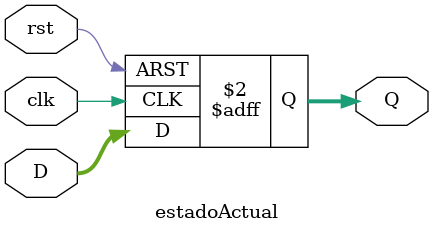
<source format=sv>
module estadoActual #(parameter N = 3) (input logic clk, rst, input logic [N-1:0] D, output logic [N-1:0] Q);

    always_ff @( posedge clk, posedge rst) begin

        if(rst)
            Q <= 'b0;
        else
            Q <= D;
    
    end

endmodule 
</source>
